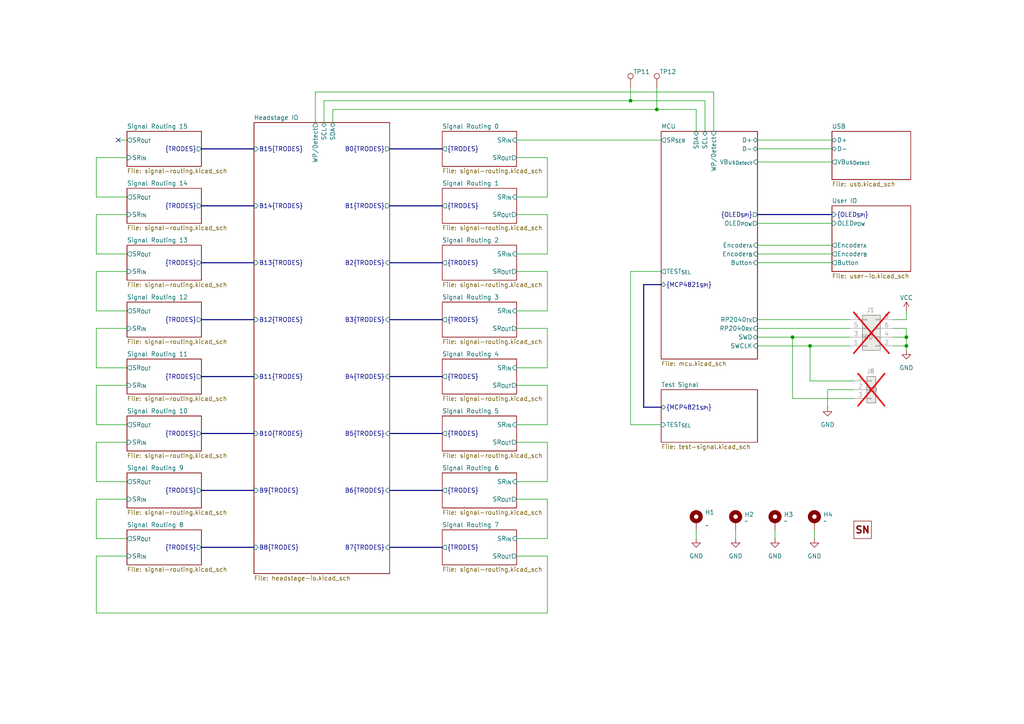
<source format=kicad_sch>
(kicad_sch (version 20250114) (generator "eeschema") (generator_version "9.0")
  (paper "A4")
  (title_block (title "Extracellular Electrophysiology Test Board") (rev "C") (company "Open Ephys, Inc") (comment 1 "Jonathan P. Newman"))
  (lib_symbols
    (symbol "Connector:TestPoint" (pin_numbers (hide yes)) (pin_names (offset 0.762) (hide yes))
      (property "Reference" "TP" (at 0 6.858 0))
      (property "Value" "TestPoint" (at 0 5.08 0))
      (symbol "TestPoint_0_1"
        (circle (center 0 3.302) (radius 0.762))
      )
      (symbol "TestPoint_1_1"
        (pin passive line (at 0 0 90) (length 2.54) (name "1") (number "1"))
      )
    )
    (symbol "Connector_Generic:Conn_01x03" (pin_names (offset 1.016) (hide yes))
      (property "Reference" "J" (at 0 5.08 0))
      (property "Value" "Conn_01x03" (at 0 -5.08 0))
      (symbol "Conn_01x03_1_1"
        (rectangle (start -1.27 3.81) (end 1.27 -3.81) (stroke (width 0.254)) (fill (type background)))
        (rectangle (start -1.27 2.667) (end 0 2.413) (stroke (width 0.1524)))
        (rectangle (start -1.27 0.127) (end 0 -0.127) (stroke (width 0.1524)))
        (rectangle (start -1.27 -2.413) (end 0 -2.667) (stroke (width 0.1524)))
        (pin passive line (at -5.08 2.54 0) (length 3.81) (name "Pin_1") (number "1"))
        (pin passive line (at -5.08 0 0) (length 3.81) (name "Pin_2") (number "2"))
        (pin passive line (at -5.08 -2.54 0) (length 3.81) (name "Pin_3") (number "3"))
      )
    )
    (symbol "Connector_Generic:Conn_02x04_Odd_Even" (pin_names (offset 1.016) (hide yes))
      (property "Reference" "J" (at 1.27 5.08 0))
      (property "Value" "Conn_02x04_Odd_Even" (at 1.27 -7.62 0))
      (symbol "Conn_02x04_Odd_Even_1_1"
        (rectangle (start -1.27 3.81) (end 3.81 -6.35) (stroke (width 0.254)) (fill (type background)))
        (rectangle (start -1.27 2.667) (end 0 2.413) (stroke (width 0.1524)))
        (rectangle (start -1.27 0.127) (end 0 -0.127) (stroke (width 0.1524)))
        (rectangle (start -1.27 -2.413) (end 0 -2.667) (stroke (width 0.1524)))
        (rectangle (start -1.27 -4.953) (end 0 -5.207) (stroke (width 0.1524)))
        (rectangle (start 3.81 2.667) (end 2.54 2.413) (stroke (width 0.1524)))
        (rectangle (start 3.81 0.127) (end 2.54 -0.127) (stroke (width 0.1524)))
        (rectangle (start 3.81 -2.413) (end 2.54 -2.667) (stroke (width 0.1524)))
        (rectangle (start 3.81 -4.953) (end 2.54 -5.207) (stroke (width 0.1524)))
        (pin passive line (at -5.08 2.54 0) (length 3.81) (name "Pin_1") (number "1"))
        (pin passive line (at -5.08 0 0) (length 3.81) (name "Pin_3") (number "3"))
        (pin passive line (at -5.08 -2.54 0) (length 3.81) (name "Pin_5") (number "5"))
        (pin passive line (at -5.08 -5.08 0) (length 3.81) (name "Pin_7") (number "7"))
        (pin passive line (at 7.62 2.54 180) (length 3.81) (name "Pin_2") (number "2"))
        (pin passive line (at 7.62 0 180) (length 3.81) (name "Pin_4") (number "4"))
        (pin passive line (at 7.62 -2.54 180) (length 3.81) (name "Pin_6") (number "6"))
        (pin passive line (at 7.62 -5.08 180) (length 3.81) (name "Pin_8") (number "8"))
      )
    )
    (symbol "Mechanical:MountingHole_Pad" (pin_numbers (hide yes)) (pin_names (offset 1.016) (hide yes)) (exclude_from_sim yes) (in_bom no)
      (property "Reference" "H" (at 0 6.35 0))
      (property "Value" "MountingHole_Pad" (at 0 4.445 0))
      (symbol "MountingHole_Pad_0_1"
        (circle (center 0 1.27) (radius 1.27) (stroke (width 1.27)))
      )
      (symbol "MountingHole_Pad_1_1"
        (pin input line (at 0 -2.54 90) (length 2.54) (name "1") (number "1"))
      )
    )
    (symbol "open-ephys:OEPS-SN" (in_bom no)
      (property "Reference" "H" (at 0 3.81 0))
      (symbol "OEPS-SN_0_1"
        (rectangle (start -2.54 2.54) (end 2.54 -2.54))
      )
      (symbol "OEPS-SN_1_1"
        (text "SN" (at 0 0 0) (effects (font (size 2 2) (bold yes))))
      )
    )
    (symbol "power:GND" (power) (pin_numbers (hide yes)) (pin_names (offset 0) (hide yes))
      (property "Value" "GND" (at 0 -3.81 0))
      (symbol "GND_0_1"
        (polyline (pts (xy 0 0) (xy 0 -1.27) (xy 1.27 -1.27) (xy 0 -2.54) (xy -1.27 -1.27) (xy 0 -1.27)))
      )
      (symbol "GND_1_1"
        (pin power_in line (at 0 0 270) (length 0) (name "~") (number "1"))
      )
    )
    (symbol "power:VCC" (power) (pin_numbers (hide yes)) (pin_names (offset 0) (hide yes))
      (property "Value" "VCC" (at 0 3.556 0))
      (symbol "VCC_0_1"
        (polyline (pts (xy -0.762 1.27) (xy 0 2.54)))
        (polyline (pts (xy 0 2.54) (xy 0.762 1.27)))
        (polyline (pts (xy 0 0) (xy 0 2.54)))
      )
      (symbol "VCC_1_1"
        (pin power_in line (at 0 0 90) (length 0) (name "~") (number "1"))
      )
    )
  )
  (junction (at 234.95 100.33))
  (junction (at 262.89 100.33))
  (junction (at 229.87 97.79))
  (junction (at 190.5 31.75))
  (junction (at 262.89 97.79))
  (junction (at 182.88 29.21))
  (no_connect (at 34.29 40.64))
  (bus (pts (xy 73.66 109.22) (xy 58.42 109.22)))
  (bus (pts (xy 73.66 59.69) (xy 58.42 59.69)))
  (wire (pts (xy 219.71 46.99) (xy 241.3 46.99)))
  (wire (pts (xy 27.94 123.19) (xy 27.94 111.76)))
  (wire (pts (xy 182.88 78.74) (xy 182.88 123.19)))
  (wire (pts (xy 158.75 73.66) (xy 149.86 73.66)))
  (wire (pts (xy 262.89 95.25) (xy 262.89 97.79)))
  (wire (pts (xy 27.94 62.23) (xy 36.83 62.23)))
  (wire (pts (xy 158.75 62.23) (xy 158.75 73.66)))
  (wire (pts (xy 219.71 76.2) (xy 241.3 76.2)))
  (wire (pts (xy 262.89 97.79) (xy 262.89 100.33)))
  (wire (pts (xy 27.94 139.7) (xy 27.94 128.27)))
  (wire (pts (xy 93.98 29.21) (xy 182.88 29.21)))
  (wire (pts (xy 207.01 26.67) (xy 207.01 38.1)))
  (wire (pts (xy 27.94 156.21) (xy 27.94 144.78)))
  (bus (pts (xy 73.66 43.18) (xy 58.42 43.18)))
  (wire (pts (xy 158.75 78.74) (xy 158.75 90.17)))
  (wire (pts (xy 27.94 57.15) (xy 36.83 57.15)))
  (wire (pts (xy 229.87 97.79) (xy 246.38 97.79)))
  (bus (pts (xy 113.03 92.71) (xy 128.27 92.71)))
  (wire (pts (xy 158.75 57.15) (xy 149.86 57.15)))
  (wire (pts (xy 158.75 128.27) (xy 158.75 139.7)))
  (wire (pts (xy 219.71 95.25) (xy 246.38 95.25)))
  (wire (pts (xy 158.75 156.21) (xy 149.86 156.21)))
  (wire (pts (xy 149.86 161.29) (xy 158.75 161.29)))
  (wire (pts (xy 34.29 40.64) (xy 36.83 40.64)))
  (wire (pts (xy 27.94 156.21) (xy 36.83 156.21)))
  (wire (pts (xy 149.86 40.64) (xy 191.77 40.64)))
  (wire (pts (xy 204.47 38.1) (xy 204.47 29.21)))
  (wire (pts (xy 149.86 111.76) (xy 158.75 111.76)))
  (wire (pts (xy 247.65 113.03) (xy 240.03 113.03)))
  (wire (pts (xy 229.87 115.57) (xy 229.87 97.79)))
  (bus (pts (xy 73.66 142.24) (xy 58.42 142.24)))
  (wire (pts (xy 27.94 106.68) (xy 36.83 106.68)))
  (wire (pts (xy 240.03 113.03) (xy 240.03 118.11)))
  (wire (pts (xy 182.88 78.74) (xy 191.77 78.74)))
  (wire (pts (xy 219.71 73.66) (xy 241.3 73.66)))
  (wire (pts (xy 27.94 73.66) (xy 36.83 73.66)))
  (wire (pts (xy 224.79 153.67) (xy 224.79 156.21)))
  (wire (pts (xy 27.94 95.25) (xy 36.83 95.25)))
  (wire (pts (xy 149.86 78.74) (xy 158.75 78.74)))
  (wire (pts (xy 27.94 111.76) (xy 36.83 111.76)))
  (wire (pts (xy 149.86 95.25) (xy 158.75 95.25)))
  (wire (pts (xy 182.88 123.19) (xy 191.77 123.19)))
  (wire (pts (xy 259.08 97.79) (xy 262.89 97.79)))
  (bus (pts (xy 113.03 76.2) (xy 128.27 76.2)))
  (wire (pts (xy 27.94 73.66) (xy 27.94 62.23)))
  (wire (pts (xy 149.86 45.72) (xy 158.75 45.72)))
  (wire (pts (xy 158.75 139.7) (xy 149.86 139.7)))
  (bus (pts (xy 73.66 76.2) (xy 58.42 76.2)))
  (wire (pts (xy 27.94 161.29) (xy 36.83 161.29)))
  (wire (pts (xy 247.65 110.49) (xy 234.95 110.49)))
  (wire (pts (xy 259.08 100.33) (xy 262.89 100.33)))
  (bus (pts (xy 113.03 109.22) (xy 128.27 109.22)))
  (wire (pts (xy 27.94 90.17) (xy 27.94 78.74)))
  (wire (pts (xy 219.71 43.18) (xy 241.3 43.18)))
  (bus (pts (xy 219.71 62.23) (xy 241.3 62.23)))
  (wire (pts (xy 96.52 35.56) (xy 96.52 31.75)))
  (wire (pts (xy 27.94 90.17) (xy 36.83 90.17)))
  (wire (pts (xy 27.94 177.8) (xy 27.94 161.29)))
  (wire (pts (xy 262.89 92.71) (xy 259.08 92.71)))
  (wire (pts (xy 149.86 144.78) (xy 158.75 144.78)))
  (wire (pts (xy 219.71 100.33) (xy 234.95 100.33)))
  (wire (pts (xy 93.98 29.21) (xy 93.98 35.56)))
  (wire (pts (xy 91.44 35.56) (xy 91.44 26.67)))
  (wire (pts (xy 219.71 92.71) (xy 246.38 92.71)))
  (bus (pts (xy 113.03 142.24) (xy 128.27 142.24)))
  (wire (pts (xy 91.44 26.67) (xy 207.01 26.67)))
  (wire (pts (xy 158.75 45.72) (xy 158.75 57.15)))
  (wire (pts (xy 234.95 110.49) (xy 234.95 100.33)))
  (wire (pts (xy 27.94 57.15) (xy 27.94 45.72)))
  (wire (pts (xy 190.5 31.75) (xy 201.93 31.75)))
  (bus (pts (xy 186.69 82.55) (xy 186.69 118.11)))
  (wire (pts (xy 27.94 45.72) (xy 36.83 45.72)))
  (wire (pts (xy 247.65 115.57) (xy 229.87 115.57)))
  (bus (pts (xy 73.66 125.73) (xy 58.42 125.73)))
  (wire (pts (xy 262.89 90.17) (xy 262.89 92.71)))
  (wire (pts (xy 236.22 153.67) (xy 236.22 156.21)))
  (wire (pts (xy 201.93 31.75) (xy 201.93 38.1)))
  (bus (pts (xy 73.66 158.75) (xy 58.42 158.75)))
  (wire (pts (xy 259.08 95.25) (xy 262.89 95.25)))
  (wire (pts (xy 213.36 153.67) (xy 213.36 156.21)))
  (wire (pts (xy 158.75 106.68) (xy 149.86 106.68)))
  (bus (pts (xy 73.66 92.71) (xy 58.42 92.71)))
  (bus (pts (xy 113.03 125.73) (xy 128.27 125.73)))
  (wire (pts (xy 262.89 100.33) (xy 262.89 101.6)))
  (bus (pts (xy 113.03 158.75) (xy 128.27 158.75)))
  (wire (pts (xy 27.94 128.27) (xy 36.83 128.27)))
  (wire (pts (xy 201.93 153.67) (xy 201.93 156.21)))
  (wire (pts (xy 158.75 161.29) (xy 158.75 177.8)))
  (wire (pts (xy 219.71 97.79) (xy 229.87 97.79)))
  (bus (pts (xy 113.03 59.69) (xy 128.27 59.69)))
  (wire (pts (xy 190.5 25.4) (xy 190.5 31.75)))
  (wire (pts (xy 219.71 40.64) (xy 241.3 40.64)))
  (wire (pts (xy 96.52 31.75) (xy 190.5 31.75)))
  (wire (pts (xy 219.71 71.12) (xy 241.3 71.12)))
  (bus (pts (xy 191.77 118.11) (xy 186.69 118.11)))
  (wire (pts (xy 234.95 100.33) (xy 246.38 100.33)))
  (wire (pts (xy 182.88 29.21) (xy 204.47 29.21)))
  (wire (pts (xy 149.86 128.27) (xy 158.75 128.27)))
  (wire (pts (xy 219.71 64.77) (xy 241.3 64.77)))
  (wire (pts (xy 182.88 25.4) (xy 182.88 29.21)))
  (wire (pts (xy 158.75 111.76) (xy 158.75 123.19)))
  (wire (pts (xy 158.75 177.8) (xy 27.94 177.8)))
  (wire (pts (xy 27.94 106.68) (xy 27.94 95.25)))
  (wire (pts (xy 27.94 78.74) (xy 36.83 78.74)))
  (wire (pts (xy 27.94 144.78) (xy 36.83 144.78)))
  (wire (pts (xy 158.75 90.17) (xy 149.86 90.17)))
  (wire (pts (xy 27.94 123.19) (xy 36.83 123.19)))
  (wire (pts (xy 158.75 95.25) (xy 158.75 106.68)))
  (wire (pts (xy 149.86 62.23) (xy 158.75 62.23)))
  (wire (pts (xy 27.94 139.7) (xy 36.83 139.7)))
  (wire (pts (xy 158.75 144.78) (xy 158.75 156.21)))
  (bus (pts (xy 186.69 82.55) (xy 191.77 82.55)))
  (wire (pts (xy 158.75 123.19) (xy 149.86 123.19)))
  (bus (pts (xy 113.03 43.18) (xy 128.27 43.18)))
  (symbol (lib_id "power:VCC") (at 262.89 90.17 0) (unit 1)
    (property "Reference" "#PWR0771" (effects (hide yes)))
    (property "Value" "VCC" (at 262.89 86.36 0))
    (property "Description" "Power symbol creates a global label with name \"VCC\"" (effects (hide yes)))
  )
  (symbol (lib_id "open-ephys:OEPS-SN") (at 250.19 153.67 0) (unit 1) (in_bom no)
    (property "Reference" "H5" (effects (hide yes)))
    (property "Footprint" "open-ephys:OEPS_SN-STICKER-8x20mm" (effects (hide yes)))
  )
  (symbol (lib_id "Connector_Generic:Conn_02x04_Odd_Even") (at 251.46 97.79 0) (mirror x) (unit 1) (dnp yes)
    (property "Reference" "J1" (at 252.476 89.916 0))
    (property "Value" "10129383-910002ALF" (effects (hide yes)))
    (property "Footprint" "Connector_PinHeader_2.54mm:PinHeader_2x04_P2.54mm_Vertical_SMD" (effects (hide yes)))
    (property "Description" "Generic connector, double row, 02x04, odd/even pin numbering scheme (row 1 odd numbers, row 2 even numbers), script generated (kicad-library-utils/schlib/autogen/connector/)" (effects (hide yes)))
    (property "MPN" "TBD" (at 251.46 97.79 0))
    (property "OEPSPN" "TBD" (at 251.46 97.79 0))
  )
  (symbol (lib_id "Mechanical:MountingHole_Pad") (at 236.22 151.13 0) (unit 1) (exclude_from_sim yes) (in_bom no)
    (property "Reference" "H4" (at 238.76 149.2249 0) (effects (justify left)))
    (property "Value" "~" (at 238.76 151.13 0) (effects (justify left)))
    (property "Footprint" "MountingHole:MountingHole_3.2mm_M3_ISO7380_Pad" (effects (hide yes)))
    (property "Description" "Mounting Hole with connection" (effects (hide yes)))
  )
  (symbol (lib_id "Mechanical:MountingHole_Pad") (at 201.93 151.13 0) (unit 1) (exclude_from_sim yes) (in_bom no)
    (property "Reference" "H1" (at 204.47 148.59 0) (effects (justify left)))
    (property "Value" "~" (at 204.47 152.4 0) (effects (justify left)))
    (property "Footprint" "MountingHole:MountingHole_3.2mm_M3_ISO7380_Pad" (effects (hide yes)))
    (property "Description" "Mounting Hole with connection" (effects (hide yes)))
  )
  (symbol (lib_id "power:GND") (at 201.93 156.21 0) (mirror y) (unit 1)
    (property "Reference" "#PWR0784" (effects (hide yes)))
    (property "Value" "GND" (at 201.93 161.29 0))
    (property "Description" "Power symbol creates a global label with name \"GND\" , ground" (effects (hide yes)))
  )
  (symbol (lib_id "power:GND") (at 224.79 156.21 0) (mirror y) (unit 1)
    (property "Reference" "#PWR0786" (effects (hide yes)))
    (property "Value" "GND" (at 224.79 161.29 0))
    (property "Description" "Power symbol creates a global label with name \"GND\" , ground" (effects (hide yes)))
  )
  (symbol (lib_id "power:GND") (at 262.89 101.6 0) (unit 1)
    (property "Reference" "#PWR01" (effects (hide yes)))
    (property "Value" "GND" (at 262.89 106.68 0))
    (property "Description" "Power symbol creates a global label with name \"GND\" , ground" (effects (hide yes)))
  )
  (symbol (lib_id "Mechanical:MountingHole_Pad") (at 213.36 151.13 0) (unit 1) (exclude_from_sim yes) (in_bom no)
    (property "Reference" "H2" (at 215.9 149.2249 0) (effects (justify left)))
    (property "Value" "~" (at 215.9 151.13 0) (effects (justify left)))
    (property "Footprint" "MountingHole:MountingHole_3.2mm_M3_ISO7380_Pad" (effects (hide yes)))
    (property "Description" "Mounting Hole with connection" (effects (hide yes)))
  )
  (symbol (lib_id "power:GND") (at 236.22 156.21 0) (mirror y) (unit 1)
    (property "Reference" "#PWR0787" (effects (hide yes)))
    (property "Value" "GND" (at 236.22 161.29 0))
    (property "Description" "Power symbol creates a global label with name \"GND\" , ground" (effects (hide yes)))
  )
  (symbol (lib_id "Connector_Generic:Conn_01x03") (at 252.73 113.03 0) (unit 1) (dnp yes)
    (property "Reference" "J8" (at 252.476 107.696 0))
    (property "Value" "BM03B-SRSS-TB" (effects (hide yes)))
    (property "Footprint" "Connector_JST:JST_SH_BM03B-SRSS-TB_1x03-1MP_P1.00mm_Vertical" (effects (hide yes)))
    (property "Description" "Generic connector, single row, 01x03, script generated (kicad-library-utils/schlib/autogen/connector/)" (effects (hide yes)))
    (property "MPN" "TBD" (at 252.73 113.03 0))
    (property "OEPSPN" "TBD" (at 252.73 113.03 0))
  )
  (symbol (lib_id "Connector:TestPoint") (at 190.5 25.4 0) (unit 1) (in_bom no)
    (property "Reference" "TP12" (at 191.262 20.828 0) (effects (justify left)))
    (property "Value" "VCC" (effects (hide yes)))
    (property "Footprint" "TestPoint:TestPoint_Pad_D2.0mm" (effects (hide yes)))
    (property "Description" "test point" (effects (hide yes)))
  )
  (symbol (lib_id "Mechanical:MountingHole_Pad") (at 224.79 151.13 0) (unit 1) (exclude_from_sim yes) (in_bom no)
    (property "Reference" "H3" (at 227.33 149.2249 0) (effects (justify left)))
    (property "Value" "~" (at 227.33 151.13 0) (effects (justify left)))
    (property "Footprint" "MountingHole:MountingHole_3.2mm_M3_ISO7380_Pad" (effects (hide yes)))
    (property "Description" "Mounting Hole with connection" (effects (hide yes)))
  )
  (symbol (lib_id "Connector:TestPoint") (at 182.88 25.4 0) (unit 1) (in_bom no)
    (property "Reference" "TP11" (at 183.642 20.828 0) (effects (justify left)))
    (property "Value" "VCC" (effects (hide yes)))
    (property "Footprint" "TestPoint:TestPoint_Pad_D2.0mm" (effects (hide yes)))
    (property "Description" "test point" (effects (hide yes)))
  )
  (symbol (lib_id "power:GND") (at 213.36 156.21 0) (mirror y) (unit 1)
    (property "Reference" "#PWR0785" (effects (hide yes)))
    (property "Value" "GND" (at 213.36 161.29 0))
    (property "Description" "Power symbol creates a global label with name \"GND\" , ground" (effects (hide yes)))
  )
  (symbol (lib_id "power:GND") (at 240.03 118.11 0) (mirror y) (unit 1)
    (property "Reference" "#PWR0772" (effects (hide yes)))
    (property "Value" "GND" (at 240.03 123.19 0))
    (property "Description" "Power symbol creates a global label with name \"GND\" , ground" (effects (hide yes)))
  )
  (sheet (at 241.3 59.69) (size 22.86 19.05) (stroke (width 0.1524))
    (property "Sheetname" "User IO" (at 241.3 58.9784 0) (effects (justify left bottom)))
    (property "Sheetfile" "user-io.kicad_sch" (at 241.3 79.3246 0) (effects (justify left top)))
    (pin "{OLED_{SPI}}" input (at 241.3 62.23 180))
    (pin "Encoder_{A}" output (at 241.3 71.12 180))
    (pin "Encoder_{B}" output (at 241.3 73.66 180))
    (pin "Button" output (at 241.3 76.2 180))
    (pin "OLED_{POW}" input (at 241.3 64.77 180))
  )
  (sheet (at 128.27 104.14) (size 21.59 10.16) (stroke (width 0.1524))
    (property "Sheetname" "Signal Routing 4" (at 128.27 103.4284 0) (effects (justify left bottom)))
    (property "Sheetfile" "signal-routing.kicad_sch" (at 128.27 114.8846 0) (effects (justify left top)))
    (pin "SR_{OUT}" output (at 149.86 111.76 0))
    (pin "SR_{IN}" input (at 149.86 106.68 0))
    (pin "{TRODES}" output (at 128.27 109.22 180))
  )
  (sheet (at 128.27 54.61) (size 21.59 10.16) (stroke (width 0.1524))
    (property "Sheetname" "Signal Routing 1" (at 128.27 53.8984 0) (effects (justify left bottom)))
    (property "Sheetfile" "signal-routing.kicad_sch" (at 128.27 65.3546 0) (effects (justify left top)))
    (pin "SR_{OUT}" output (at 149.86 62.23 0))
    (pin "SR_{IN}" input (at 149.86 57.15 0))
    (pin "{TRODES}" output (at 128.27 59.69 180))
  )
  (sheet (at 128.27 38.1) (size 21.59 10.16) (stroke (width 0.1524))
    (property "Sheetname" "Signal Routing 0" (at 128.27 37.3884 0) (effects (justify left bottom)))
    (property "Sheetfile" "signal-routing.kicad_sch" (at 128.27 48.8446 0) (effects (justify left top)))
    (pin "SR_{OUT}" output (at 149.86 45.72 0))
    (pin "SR_{IN}" input (at 149.86 40.64 0))
    (pin "{TRODES}" output (at 128.27 43.18 180))
  )
  (sheet (at 128.27 120.65) (size 21.59 10.16) (stroke (width 0.1524))
    (property "Sheetname" "Signal Routing 5" (at 128.27 119.9384 0) (effects (justify left bottom)))
    (property "Sheetfile" "signal-routing.kicad_sch" (at 128.27 131.3946 0) (effects (justify left top)))
    (pin "SR_{OUT}" output (at 149.86 128.27 0))
    (pin "SR_{IN}" input (at 149.86 123.19 0))
    (pin "{TRODES}" output (at 128.27 125.73 180))
  )
  (sheet (at 128.27 137.16) (size 21.59 10.16) (stroke (width 0.1524))
    (property "Sheetname" "Signal Routing 6" (at 128.27 136.4484 0) (effects (justify left bottom)))
    (property "Sheetfile" "signal-routing.kicad_sch" (at 128.27 147.9046 0) (effects (justify left top)))
    (pin "SR_{OUT}" output (at 149.86 144.78 0))
    (pin "SR_{IN}" input (at 149.86 139.7 0))
    (pin "{TRODES}" output (at 128.27 142.24 180))
  )
  (sheet (at 36.83 153.67) (size 21.59 10.16) (stroke (width 0.1524))
    (property "Sheetname" "Signal Routing 8" (at 36.83 152.9584 0) (effects (justify left bottom)))
    (property "Sheetfile" "signal-routing.kicad_sch" (at 36.83 164.4146 0) (effects (justify left top)))
    (pin "SR_{OUT}" output (at 36.83 156.21 180))
    (pin "SR_{IN}" input (at 36.83 161.29 180))
    (pin "{TRODES}" output (at 58.42 158.75 0))
  )
  (sheet (at 241.3 38.1) (size 22.86 13.97) (stroke (width 0.1524))
    (property "Sheetname" "USB" (at 241.3 37.3884 0) (effects (justify left bottom)))
    (property "Sheetfile" "usb.kicad_sch" (at 241.3 52.6546 0) (effects (justify left top)))
    (pin "D-" bidirectional (at 241.3 43.18 180))
    (pin "D+" bidirectional (at 241.3 40.64 180))
    (pin "VBus_{Detect}" output (at 241.3 46.99 180))
  )
  (sheet (at 191.77 38.1) (size 27.94 66.04) (stroke (width 0.1524))
    (property "Sheetname" "MCU" (at 191.77 37.3884 0) (effects (justify left bottom)))
    (property "Sheetfile" "mcu.kicad_sch" (at 191.77 104.7246 0) (effects (justify left top)))
    (pin "D-" bidirectional (at 219.71 43.18 0))
    (pin "D+" bidirectional (at 219.71 40.64 0))
    (pin "RP2040_{TX}" output (at 219.71 92.71 0))
    (pin "SR_{SER}" output (at 191.77 40.64 180))
    (pin "{MCP4821_{SPI}}" bidirectional (at 191.77 82.55 180))
    (pin "TEST_{SEL}" output (at 191.77 78.74 180))
    (pin "SWD" bidirectional (at 219.71 97.79 0))
    (pin "SWCLK" input (at 219.71 100.33 0))
    (pin "RP2040_{RX}" input (at 219.71 95.25 0))
    (pin "Encoder_{B}" input (at 219.71 73.66 0))
    (pin "Encoder_{A}" input (at 219.71 71.12 0))
    (pin "{OLED_{SPI}}" output (at 219.71 62.23 0))
    (pin "Button" input (at 219.71 76.2 0))
    (pin "VBus_{Detect}" input (at 219.71 46.99 0))
    (pin "SDA" bidirectional (at 201.93 38.1 90))
    (pin "SCL" bidirectional (at 204.47 38.1 90))
    (pin "OLED_{POW}" output (at 219.71 64.77 0))
    (pin "WP{slash}Detect" input (at 207.01 38.1 90))
  )
  (sheet (at 36.83 71.12) (size 21.59 10.16) (stroke (width 0.1524))
    (property "Sheetname" "Signal Routing 13" (at 36.83 70.4084 0) (effects (justify left bottom)))
    (property "Sheetfile" "signal-routing.kicad_sch" (at 36.83 81.8646 0) (effects (justify left top)))
    (pin "SR_{OUT}" output (at 36.83 73.66 180))
    (pin "SR_{IN}" input (at 36.83 78.74 180))
    (pin "{TRODES}" output (at 58.42 76.2 0))
  )
  (sheet (at 128.27 153.67) (size 21.59 10.16) (stroke (width 0.1524))
    (property "Sheetname" "Signal Routing 7" (at 128.27 152.9584 0) (effects (justify left bottom)))
    (property "Sheetfile" "signal-routing.kicad_sch" (at 128.27 164.4146 0) (effects (justify left top)))
    (pin "SR_{OUT}" output (at 149.86 161.29 0))
    (pin "SR_{IN}" input (at 149.86 156.21 0))
    (pin "{TRODES}" output (at 128.27 158.75 180))
  )
  (sheet (at 128.27 87.63) (size 21.59 10.16) (stroke (width 0.1524))
    (property "Sheetname" "Signal Routing 3" (at 128.27 86.9184 0) (effects (justify left bottom)))
    (property "Sheetfile" "signal-routing.kicad_sch" (at 128.27 98.3746 0) (effects (justify left top)))
    (pin "SR_{OUT}" output (at 149.86 95.25 0))
    (pin "SR_{IN}" input (at 149.86 90.17 0))
    (pin "{TRODES}" output (at 128.27 92.71 180))
  )
  (sheet (at 36.83 54.61) (size 21.59 10.16) (stroke (width 0.1524))
    (property "Sheetname" "Signal Routing 14" (at 36.83 53.8984 0) (effects (justify left bottom)))
    (property "Sheetfile" "signal-routing.kicad_sch" (at 36.83 65.3546 0) (effects (justify left top)))
    (pin "SR_{OUT}" output (at 36.83 57.15 180))
    (pin "SR_{IN}" input (at 36.83 62.23 180))
    (pin "{TRODES}" output (at 58.42 59.69 0))
  )
  (sheet (at 36.83 38.1) (size 21.59 10.16) (stroke (width 0.1524))
    (property "Sheetname" "Signal Routing 15" (at 36.83 37.3884 0) (effects (justify left bottom)))
    (property "Sheetfile" "signal-routing.kicad_sch" (at 36.83 48.8446 0) (effects (justify left top)))
    (pin "SR_{OUT}" output (at 36.83 40.64 180))
    (pin "SR_{IN}" input (at 36.83 45.72 180))
    (pin "{TRODES}" output (at 58.42 43.18 0))
  )
  (sheet (at 36.83 87.63) (size 21.59 10.16) (stroke (width 0.1524))
    (property "Sheetname" "Signal Routing 12" (at 36.83 86.9184 0) (effects (justify left bottom)))
    (property "Sheetfile" "signal-routing.kicad_sch" (at 36.83 98.3746 0) (effects (justify left top)))
    (pin "SR_{OUT}" output (at 36.83 90.17 180))
    (pin "SR_{IN}" input (at 36.83 95.25 180))
    (pin "{TRODES}" output (at 58.42 92.71 0))
  )
  (sheet (at 191.77 113.03) (size 27.94 15.24) (stroke (width 0.1524))
    (property "Sheetname" "Test Signal" (at 191.77 112.3184 0) (effects (justify left bottom)))
    (property "Sheetfile" "test-signal.kicad_sch" (at 191.77 128.8546 0) (effects (justify left top)))
    (pin "{MCP4821_{SPI}}" bidirectional (at 191.77 118.11 180))
    (pin "TEST_{SEL}" input (at 191.77 123.19 180))
  )
  (sheet (at 36.83 137.16) (size 21.59 10.16) (stroke (width 0.1524))
    (property "Sheetname" "Signal Routing 9" (at 36.83 136.4484 0) (effects (justify left bottom)))
    (property "Sheetfile" "signal-routing.kicad_sch" (at 36.83 147.9046 0) (effects (justify left top)))
    (pin "SR_{OUT}" output (at 36.83 139.7 180))
    (pin "SR_{IN}" input (at 36.83 144.78 180))
    (pin "{TRODES}" output (at 58.42 142.24 0))
  )
  (sheet (at 36.83 120.65) (size 21.59 10.16) (stroke (width 0.1524))
    (property "Sheetname" "Signal Routing 10" (at 36.83 119.9384 0) (effects (justify left bottom)))
    (property "Sheetfile" "signal-routing.kicad_sch" (at 36.83 131.3946 0) (effects (justify left top)))
    (pin "SR_{OUT}" output (at 36.83 123.19 180))
    (pin "SR_{IN}" input (at 36.83 128.27 180))
    (pin "{TRODES}" output (at 58.42 125.73 0))
  )
  (sheet (at 36.83 104.14) (size 21.59 10.16) (stroke (width 0.1524))
    (property "Sheetname" "Signal Routing 11" (at 36.83 103.4284 0) (effects (justify left bottom)))
    (property "Sheetfile" "signal-routing.kicad_sch" (at 36.83 114.8846 0) (effects (justify left top)))
    (pin "SR_{OUT}" output (at 36.83 106.68 180))
    (pin "SR_{IN}" input (at 36.83 111.76 180))
    (pin "{TRODES}" output (at 58.42 109.22 0))
  )
  (sheet (at 128.27 71.12) (size 21.59 10.16) (stroke (width 0.1524))
    (property "Sheetname" "Signal Routing 2" (at 128.27 70.4084 0) (effects (justify left bottom)))
    (property "Sheetfile" "signal-routing.kicad_sch" (at 128.27 81.8646 0) (effects (justify left top)))
    (pin "SR_{OUT}" output (at 149.86 78.74 0))
    (pin "SR_{IN}" input (at 149.86 73.66 0))
    (pin "{TRODES}" output (at 128.27 76.2 180))
  )
  (sheet (at 73.66 35.56) (size 39.37 130.81) (stroke (width 0.1524))
    (property "Sheetname" "Headstage IO" (at 73.66 34.8484 0) (effects (justify left bottom)))
    (property "Sheetfile" "headstage-io.kicad_sch" (at 73.66 166.9546 0) (effects (justify left top)))
    (pin "B1{TRODES}" output (at 113.03 59.69 0))
    (pin "B0{TRODES}" output (at 113.03 43.18 0))
    (pin "B5{TRODES}" input (at 113.03 125.73 0))
    (pin "B10{TRODES}" input (at 73.66 125.73 180))
    (pin "B6{TRODES}" input (at 113.03 142.24 0))
    (pin "B7{TRODES}" input (at 113.03 158.75 0))
    (pin "B9{TRODES}" input (at 73.66 142.24 180))
    (pin "B11{TRODES}" input (at 73.66 109.22 180))
    (pin "B4{TRODES}" input (at 113.03 109.22 0))
    (pin "B8{TRODES}" input (at 73.66 158.75 180))
    (pin "B3{TRODES}" input (at 113.03 92.71 0))
    (pin "B2{TRODES}" input (at 113.03 76.2 0))
    (pin "B12{TRODES}" input (at 73.66 92.71 180))
    (pin "B15{TRODES}" input (at 73.66 43.18 180))
    (pin "B13{TRODES}" input (at 73.66 76.2 180))
    (pin "B14{TRODES}" input (at 73.66 59.69 180))
    (pin "SCL" bidirectional (at 93.98 35.56 90))
    (pin "SDA" bidirectional (at 96.52 35.56 90))
    (pin "WP{slash}Detect" output (at 91.44 35.56 90))
  )
)
</source>
